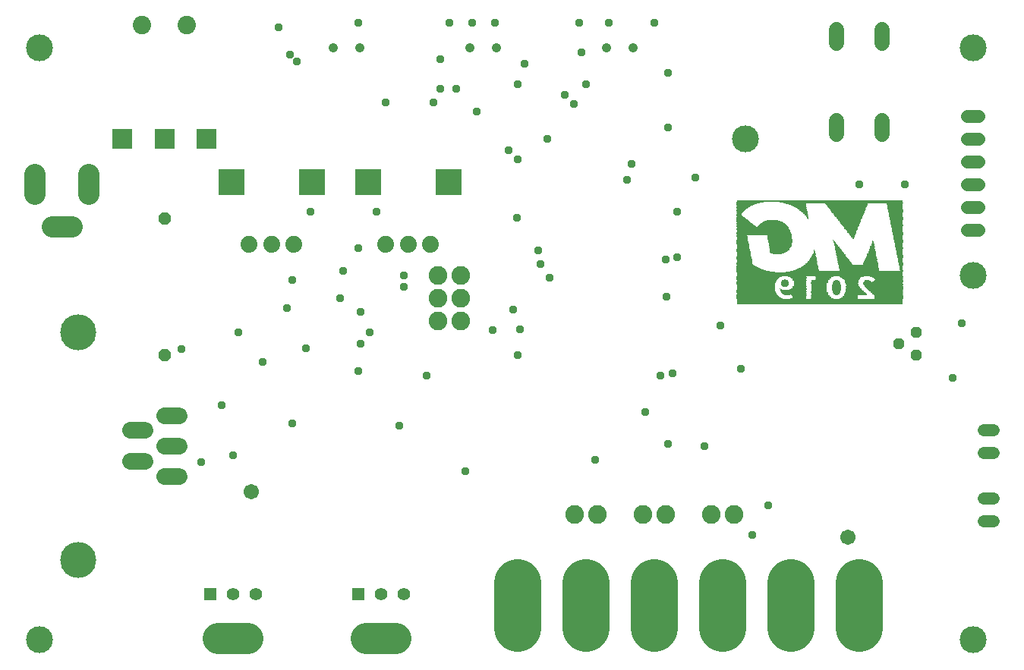
<source format=gbr>
G04 EAGLE Gerber X2 export*
%TF.Part,Single*%
%TF.FileFunction,Soldermask,Bot,1*%
%TF.FilePolarity,Negative*%
%TF.GenerationSoftware,Autodesk,EAGLE,9.1.2*%
%TF.CreationDate,2019-11-04T22:46:01Z*%
G75*
%MOMM*%
%FSLAX34Y34*%
%LPD*%
%AMOC8*
5,1,8,0,0,1.08239X$1,22.5*%
G01*
%ADD10R,18.514056X0.028450*%
%ADD11R,18.514056X0.028194*%
%ADD12R,7.170419X0.028450*%
%ADD13R,5.021575X0.028450*%
%ADD14R,5.275575X0.028450*%
%ADD15R,3.134356X0.028194*%
%ADD16R,2.004063X0.028194*%
%ADD17R,2.456181X0.028194*%
%ADD18R,1.778000X0.028194*%
%ADD19R,5.163819X0.028194*%
%ADD20R,1.920238X0.028194*%
%ADD21R,2.372356X0.028194*%
%ADD22R,1.691638X0.028194*%
%ADD23R,5.052056X0.028194*%
%ADD24R,1.864363X0.028194*%
%ADD25R,2.316481X0.028194*%
%ADD26R,1.607819X0.028194*%
%ADD27R,4.993638X0.028194*%
%ADD28R,1.805938X0.028194*%
%ADD29R,2.258056X0.028194*%
%ADD30R,1.551937X0.028194*%
%ADD31R,4.937756X0.028194*%
%ADD32R,2.202181X0.028194*%
%ADD33R,1.524000X0.028194*%
%ADD34R,4.881875X0.028194*%
%ADD35R,1.722119X0.028194*%
%ADD36R,2.174238X0.028194*%
%ADD37R,1.496063X0.028194*%
%ADD38R,4.826000X0.028194*%
%ADD39R,1.694181X0.028194*%
%ADD40R,2.146300X0.028194*%
%ADD41R,4.798056X0.028194*%
%ADD42R,1.666238X0.028194*%
%ADD43R,2.118356X0.028194*%
%ADD44R,4.739638X0.028194*%
%ADD45R,3.134356X0.028450*%
%ADD46R,1.638300X0.028450*%
%ADD47R,2.090419X0.028450*%
%ADD48R,1.551937X0.028450*%
%ADD49R,4.711700X0.028450*%
%ADD50R,1.610363X0.028194*%
%ADD51R,2.062481X0.028194*%
%ADD52R,4.683756X0.028194*%
%ADD53R,1.582419X0.028194*%
%ADD54R,2.032000X0.028194*%
%ADD55R,1.579881X0.028194*%
%ADD56R,4.655819X0.028194*%
%ADD57R,2.004056X0.028194*%
%ADD58R,4.627875X0.028194*%
%ADD59R,1.976119X0.028194*%
%ADD60R,4.599938X0.028194*%
%ADD61R,1.948181X0.028194*%
%ADD62R,1.635763X0.028194*%
%ADD63R,4.572000X0.028194*%
%ADD64R,3.162300X0.028194*%
%ADD65R,4.544056X0.028194*%
%ADD66R,3.190238X0.028194*%
%ADD67R,1.468119X0.028194*%
%ADD68R,1.663700X0.028194*%
%ADD69R,0.086356X0.028194*%
%ADD70R,4.513575X0.028194*%
%ADD71R,3.246119X0.028194*%
%ADD72R,0.198119X0.028194*%
%ADD73R,1.892300X0.028194*%
%ADD74R,0.480056X0.028194*%
%ADD75R,3.274056X0.028450*%
%ADD76R,2.512056X0.028450*%
%ADD77R,0.365756X0.028450*%
%ADD78R,1.892300X0.028450*%
%ADD79R,1.691638X0.028450*%
%ADD80R,0.650238X0.028450*%
%ADD81R,4.485638X0.028450*%
%ADD82R,3.302000X0.028194*%
%ADD83R,2.456175X0.028194*%
%ADD84R,0.449575X0.028194*%
%ADD85R,1.864356X0.028194*%
%ADD86R,0.789938X0.028194*%
%ADD87R,4.457700X0.028194*%
%ADD88R,3.332481X0.028194*%
%ADD89R,2.428238X0.028194*%
%ADD90R,0.535938X0.028194*%
%ADD91R,2.595881X0.028194*%
%ADD92R,3.360419X0.028194*%
%ADD93R,2.400300X0.028194*%
%ADD94R,0.594356X0.028194*%
%ADD95R,1.836419X0.028194*%
%ADD96R,2.651763X0.028194*%
%ADD97R,4.429756X0.028194*%
%ADD98R,3.388356X0.028194*%
%ADD99R,2.341875X0.028194*%
%ADD100R,0.650238X0.028194*%
%ADD101R,2.679700X0.028194*%
%ADD102R,3.416300X0.028194*%
%ADD103R,2.313938X0.028194*%
%ADD104R,0.706119X0.028194*%
%ADD105R,1.808481X0.028194*%
%ADD106R,2.707638X0.028194*%
%ADD107R,4.401819X0.028194*%
%ADD108R,3.444238X0.028194*%
%ADD109R,2.258063X0.028194*%
%ADD110R,0.734056X0.028194*%
%ADD111R,2.738119X0.028194*%
%ADD112R,3.472181X0.028194*%
%ADD113R,2.230119X0.028194*%
%ADD114R,0.762000X0.028194*%
%ADD115R,4.373875X0.028194*%
%ADD116R,3.500119X0.028194*%
%ADD117R,2.766063X0.028194*%
%ADD118R,3.528056X0.028450*%
%ADD119R,2.118356X0.028450*%
%ADD120R,0.817881X0.028450*%
%ADD121R,1.778000X0.028450*%
%ADD122R,2.794000X0.028450*%
%ADD123R,4.373875X0.028450*%
%ADD124R,3.556000X0.028194*%
%ADD125R,2.090419X0.028194*%
%ADD126R,0.845819X0.028194*%
%ADD127R,2.794000X0.028194*%
%ADD128R,4.345937X0.028194*%
%ADD129R,3.586481X0.028194*%
%ADD130R,1.750056X0.028194*%
%ADD131R,2.821938X0.028194*%
%ADD132R,3.614419X0.028194*%
%ADD133R,2.001519X0.028194*%
%ADD134R,0.873756X0.028194*%
%ADD135R,3.642356X0.028194*%
%ADD136R,1.973575X0.028194*%
%ADD137R,0.901700X0.028194*%
%ADD138R,2.849881X0.028194*%
%ADD139R,4.318000X0.028194*%
%ADD140R,3.670300X0.028194*%
%ADD141R,1.945638X0.028194*%
%ADD142R,3.698238X0.028194*%
%ADD143R,1.917700X0.028194*%
%ADD144R,0.929638X0.028194*%
%ADD145R,3.726181X0.028194*%
%ADD146R,1.889756X0.028194*%
%ADD147R,2.877819X0.028194*%
%ADD148R,3.782056X0.028194*%
%ADD149R,1.861819X0.028194*%
%ADD150R,0.957575X0.028194*%
%ADD151R,0.365756X0.028194*%
%ADD152R,3.810000X0.028450*%
%ADD153R,1.805938X0.028450*%
%ADD154R,0.957575X0.028450*%
%ADD155R,1.722119X0.028450*%
%ADD156R,1.917700X0.028450*%
%ADD157R,0.254000X0.028450*%
%ADD158R,4.290056X0.028450*%
%ADD159R,3.840481X0.028194*%
%ADD160R,4.290056X0.028194*%
%ADD161R,3.868419X0.028194*%
%ADD162R,0.139700X0.028194*%
%ADD163R,3.896356X0.028194*%
%ADD164R,1.719575X0.028194*%
%ADD165R,1.750063X0.028194*%
%ADD166R,0.083819X0.028194*%
%ADD167R,3.924300X0.028194*%
%ADD168R,3.952238X0.028194*%
%ADD169R,0.988056X0.028194*%
%ADD170R,0.055881X0.028194*%
%ADD171R,3.980181X0.028194*%
%ADD172R,1.635756X0.028194*%
%ADD173R,4.008119X0.028194*%
%ADD174R,4.036056X0.028194*%
%ADD175R,1.579875X0.028194*%
%ADD176R,4.064000X0.028450*%
%ADD177R,0.988056X0.028450*%
%ADD178R,4.094481X0.028194*%
%ADD179R,4.122419X0.028194*%
%ADD180R,4.150356X0.028194*%
%ADD181R,1.496056X0.028194*%
%ADD182R,4.178300X0.028194*%
%ADD183R,1.465575X0.028194*%
%ADD184R,4.206238X0.028194*%
%ADD185R,0.281938X0.028194*%
%ADD186R,4.234181X0.028194*%
%ADD187R,1.437638X0.028194*%
%ADD188R,0.452119X0.028194*%
%ADD189R,4.262119X0.028194*%
%ADD190R,1.409700X0.028194*%
%ADD191R,0.619756X0.028194*%
%ADD192R,1.409700X0.028450*%
%ADD193R,1.437638X0.028450*%
%ADD194R,0.678181X0.028450*%
%ADD195R,0.734063X0.028194*%
%ADD196R,4.348481X0.028194*%
%ADD197R,4.376419X0.028194*%
%ADD198R,1.381756X0.028194*%
%ADD199R,1.412238X0.028194*%
%ADD200R,4.376419X0.028450*%
%ADD201R,1.412238X0.028450*%
%ADD202R,0.845819X0.028450*%
%ADD203R,4.318000X0.028450*%
%ADD204R,0.817881X0.028194*%
%ADD205R,1.440181X0.028194*%
%ADD206R,0.904238X0.028194*%
%ADD207R,0.876300X0.028194*%
%ADD208R,0.820419X0.028194*%
%ADD209R,0.678175X0.028194*%
%ADD210R,0.792481X0.028194*%
%ADD211R,0.731519X0.028194*%
%ADD212R,3.218181X0.028194*%
%ADD213R,0.675638X0.028194*%
%ADD214R,3.162300X0.028450*%
%ADD215R,0.591819X0.028450*%
%ADD216R,0.449575X0.028450*%
%ADD217R,1.864356X0.028450*%
%ADD218R,4.401819X0.028450*%
%ADD219R,0.337819X0.028194*%
%ADD220R,3.078481X0.028194*%
%ADD221R,0.170175X0.028194*%
%ADD222R,1.384300X0.028194*%
%ADD223R,0.508000X0.028194*%
%ADD224R,3.048000X0.028194*%
%ADD225R,0.396238X0.028194*%
%ADD226R,4.485638X0.028194*%
%ADD227R,3.106419X0.028194*%
%ADD228R,1.747519X0.028194*%
%ADD229R,1.836419X0.028450*%
%ADD230R,1.554481X0.028450*%
%ADD231R,1.607819X0.028450*%
%ADD232R,4.599938X0.028450*%
%ADD233R,1.948175X0.028194*%
%ADD234R,1.610356X0.028194*%
%ADD235R,3.274056X0.028194*%
%ADD236R,1.638300X0.028194*%
%ADD237R,2.115819X0.028194*%
%ADD238R,4.711700X0.028194*%
%ADD239R,2.171700X0.028194*%
%ADD240R,4.767575X0.028194*%
%ADD241R,2.286000X0.028194*%
%ADD242R,2.372362X0.028194*%
%ADD243R,2.512056X0.028194*%
%ADD244R,3.642356X0.028450*%
%ADD245R,2.651763X0.028450*%
%ADD246R,1.948181X0.028450*%
%ADD247R,2.004063X0.028450*%
%ADD248R,2.880362X0.028194*%
%ADD249R,5.250181X0.028194*%
%ADD250R,5.135875X0.028194*%
%ADD251R,13.068300X0.028194*%
%ADD252R,4.231638X0.028194*%
%ADD253R,12.842238X0.028194*%
%ADD254R,4.005575X0.028194*%
%ADD255R,12.672056X0.028450*%
%ADD256R,12.532356X0.028194*%
%ADD257R,3.667756X0.028194*%
%ADD258R,12.390119X0.028194*%
%ADD259R,3.528056X0.028194*%
%ADD260R,12.306300X0.028194*%
%ADD261R,3.413756X0.028194*%
%ADD262R,0.284481X0.028194*%
%ADD263R,4.429762X0.028194*%
%ADD264R,3.215638X0.028194*%
%ADD265R,2.626356X0.028194*%
%ADD266R,3.103875X0.028194*%
%ADD267R,0.312419X0.028194*%
%ADD268R,2.540000X0.028194*%
%ADD269R,3.020056X0.028194*%
%ADD270R,2.484119X0.028194*%
%ADD271R,2.933700X0.028194*%
%ADD272R,0.312419X0.028450*%
%ADD273R,4.457700X0.028450*%
%ADD274R,2.400300X0.028450*%
%ADD275R,2.849875X0.028450*%
%ADD276R,2.344419X0.028194*%
%ADD277R,2.255519X0.028194*%
%ADD278R,0.340356X0.028194*%
%ADD279R,2.199638X0.028194*%
%ADD280R,2.651756X0.028194*%
%ADD281R,2.143756X0.028194*%
%ADD282R,2.567938X0.028194*%
%ADD283R,2.087875X0.028194*%
%ADD284R,2.453638X0.028194*%
%ADD285R,2.397756X0.028194*%
%ADD286R,0.368300X0.028194*%
%ADD287R,0.368300X0.028450*%
%ADD288R,4.429756X0.028450*%
%ADD289R,1.833875X0.028450*%
%ADD290R,2.286000X0.028450*%
%ADD291R,4.460237X0.028194*%
%ADD292R,2.227575X0.028194*%
%ADD293R,4.432300X0.028194*%
%ADD294R,0.424181X0.028450*%
%ADD295R,4.432300X0.028450*%
%ADD296R,1.861819X0.028450*%
%ADD297R,0.424181X0.028194*%
%ADD298R,1.833875X0.028194*%
%ADD299R,1.694175X0.028194*%
%ADD300R,1.353819X0.028194*%
%ADD301R,1.325881X0.028194*%
%ADD302R,1.270000X0.028194*%
%ADD303R,1.242056X0.028194*%
%ADD304R,1.214119X0.028194*%
%ADD305R,1.186181X0.028194*%
%ADD306R,1.158238X0.028194*%
%ADD307R,0.452119X0.028450*%
%ADD308R,1.468119X0.028450*%
%ADD309R,1.127756X0.028450*%
%ADD310R,1.750056X0.028450*%
%ADD311R,1.554481X0.028194*%
%ADD312R,1.440175X0.028194*%
%ADD313R,1.071875X0.028194*%
%ADD314R,1.043937X0.028194*%
%ADD315R,1.016000X0.028194*%
%ADD316R,0.960119X0.028194*%
%ADD317R,1.297937X0.028194*%
%ADD318R,0.848356X0.028194*%
%ADD319R,0.508000X0.028450*%
%ADD320R,1.381756X0.028450*%
%ADD321R,1.325881X0.028450*%
%ADD322R,0.848356X0.028450*%
%ADD323R,0.817875X0.028194*%
%ADD324R,0.538481X0.028194*%
%ADD325R,1.242063X0.028194*%
%ADD326R,0.678181X0.028194*%
%ADD327R,0.566419X0.028194*%
%ADD328R,1.183638X0.028194*%
%ADD329R,1.155700X0.028194*%
%ADD330R,0.622300X0.028194*%
%ADD331R,0.566419X0.028450*%
%ADD332R,1.242063X0.028450*%
%ADD333R,1.155700X0.028450*%
%ADD334R,0.594356X0.028450*%
%ADD335R,1.663700X0.028450*%
%ADD336R,1.127756X0.028194*%
%ADD337R,1.099819X0.028194*%
%ADD338R,0.477519X0.028194*%
%ADD339R,0.421637X0.028194*%
%ADD340R,0.622300X0.028450*%
%ADD341R,1.099819X0.028450*%
%ADD342R,1.016000X0.028450*%
%ADD343R,0.393700X0.028450*%
%ADD344R,1.071881X0.028194*%
%ADD345R,0.985519X0.028194*%
%ADD346R,0.393700X0.028194*%
%ADD347R,0.309881X0.028194*%
%ADD348R,0.932181X0.028194*%
%ADD349R,0.932175X0.028194*%
%ADD350R,0.254000X0.028194*%
%ADD351R,0.932175X0.028450*%
%ADD352R,0.876300X0.028450*%
%ADD353R,0.226056X0.028450*%
%ADD354R,0.848363X0.028194*%
%ADD355R,0.226056X0.028194*%
%ADD356R,0.142238X0.028194*%
%ADD357R,0.111756X0.028194*%
%ADD358R,0.706119X0.028450*%
%ADD359R,0.762000X0.028450*%
%ADD360R,0.734056X0.028450*%
%ADD361R,0.111756X0.028450*%
%ADD362R,1.496056X0.028450*%
%ADD363R,0.055875X0.028194*%
%ADD364R,2.059938X0.028194*%
%ADD365R,0.647700X0.028194*%
%ADD366R,0.591819X0.028194*%
%ADD367R,0.563881X0.028450*%
%ADD368R,2.202175X0.028450*%
%ADD369R,0.563881X0.028194*%
%ADD370R,0.563875X0.028194*%
%ADD371R,2.341881X0.028194*%
%ADD372R,0.480063X0.028194*%
%ADD373R,2.369819X0.028194*%
%ADD374R,0.820419X0.028450*%
%ADD375R,0.421637X0.028450*%
%ADD376R,2.425700X0.028450*%
%ADD377R,2.425700X0.028194*%
%ADD378R,2.512063X0.028194*%
%ADD379R,0.309875X0.028194*%
%ADD380R,0.281938X0.028450*%
%ADD381R,2.540000X0.028450*%
%ADD382R,1.353819X0.028450*%
%ADD383R,2.595875X0.028194*%
%ADD384R,1.325875X0.028194*%
%ADD385R,0.223519X0.028194*%
%ADD386R,2.623819X0.028194*%
%ADD387R,0.170181X0.028194*%
%ADD388R,0.932181X0.028450*%
%ADD389R,0.114300X0.028450*%
%ADD390R,0.142238X0.028450*%
%ADD391R,2.651756X0.028450*%
%ADD392R,1.297937X0.028450*%
%ADD393R,0.114300X0.028194*%
%ADD394R,2.682238X0.028194*%
%ADD395R,0.058419X0.028194*%
%ADD396R,0.086363X0.028194*%
%ADD397R,0.027938X0.028194*%
%ADD398R,2.710181X0.028194*%
%ADD399R,0.960119X0.028450*%
%ADD400R,2.710181X0.028450*%
%ADD401R,1.242056X0.028450*%
%ADD402R,1.211575X0.028194*%
%ADD403R,2.710175X0.028194*%
%ADD404R,0.198119X0.028450*%
%ADD405R,2.738119X0.028450*%
%ADD406R,1.183638X0.028450*%
%ADD407R,1.046481X0.028194*%
%ADD408R,2.766056X0.028194*%
%ADD409R,1.074419X0.028194*%
%ADD410R,1.074419X0.028450*%
%ADD411R,2.766056X0.028450*%
%ADD412R,6.123938X0.028194*%
%ADD413R,6.096000X0.028194*%
%ADD414R,1.102356X0.028194*%
%ADD415R,6.068056X0.028194*%
%ADD416R,1.130300X0.028194*%
%ADD417R,1.130300X0.028450*%
%ADD418R,0.789938X0.028450*%
%ADD419R,6.037575X0.028450*%
%ADD420R,6.037575X0.028194*%
%ADD421R,6.009638X0.028194*%
%ADD422R,5.981700X0.028194*%
%ADD423R,5.953756X0.028194*%
%ADD424R,1.186181X0.028450*%
%ADD425R,5.953756X0.028450*%
%ADD426R,5.925819X0.028194*%
%ADD427R,5.897875X0.028194*%
%ADD428R,1.300481X0.028194*%
%ADD429R,5.869938X0.028194*%
%ADD430R,1.356363X0.028194*%
%ADD431R,5.842000X0.028194*%
%ADD432R,1.214119X0.028450*%
%ADD433R,1.440175X0.028450*%
%ADD434R,5.814056X0.028450*%
%ADD435R,5.814056X0.028194*%
%ADD436R,5.783575X0.028194*%
%ADD437R,5.755638X0.028194*%
%ADD438R,3.441700X0.028194*%
%ADD439R,3.385819X0.028194*%
%ADD440R,3.329938X0.028194*%
%ADD441R,1.270000X0.028450*%
%ADD442R,3.246119X0.028450*%
%ADD443R,2.087875X0.028450*%
%ADD444R,3.218175X0.028194*%
%ADD445R,2.989575X0.028194*%
%ADD446R,1.328419X0.028194*%
%ADD447R,1.328419X0.028450*%
%ADD448R,2.032000X0.028450*%
%ADD449R,2.710175X0.028450*%
%ADD450R,2.654300X0.028194*%
%ADD451R,2.598419X0.028194*%
%ADD452R,1.356356X0.028194*%
%ADD453R,2.118362X0.028194*%
%ADD454R,2.481575X0.028194*%
%ADD455R,2.202175X0.028194*%
%ADD456R,1.384300X0.028450*%
%ADD457R,2.341881X0.028450*%
%ADD458R,1.889756X0.028450*%
%ADD459R,1.440181X0.028450*%
%ADD460R,2.623819X0.028450*%
%ADD461R,2.852419X0.028194*%
%ADD462R,2.908300X0.028194*%
%ADD463R,2.936238X0.028450*%
%ADD464R,2.964175X0.028194*%
%ADD465R,0.703575X0.028194*%
%ADD466R,3.075938X0.028194*%
%ADD467R,3.103881X0.028194*%
%ADD468R,3.159756X0.028194*%
%ADD469R,3.187700X0.028194*%
%ADD470R,1.524000X0.028450*%
%ADD471R,3.274063X0.028194*%
%ADD472R,3.357875X0.028194*%
%ADD473R,1.582419X0.028450*%
%ADD474R,0.647700X0.028450*%
%ADD475R,3.583938X0.028194*%
%ADD476R,3.754119X0.028194*%
%ADD477R,3.810000X0.028194*%
%ADD478R,3.837938X0.028450*%
%ADD479R,0.873756X0.028450*%
%ADD480R,3.865881X0.028194*%
%ADD481R,3.921756X0.028194*%
%ADD482R,3.949700X0.028194*%
%ADD483R,3.977638X0.028194*%
%ADD484R,4.064000X0.028194*%
%ADD485R,4.091938X0.028194*%
%ADD486R,0.988063X0.028194*%
%ADD487R,1.694181X0.028450*%
%ADD488R,4.147819X0.028450*%
%ADD489R,1.071881X0.028450*%
%ADD490R,1.211575X0.028450*%
%ADD491R,4.175756X0.028194*%
%ADD492R,1.127763X0.028194*%
%ADD493R,4.404356X0.028194*%
%ADD494R,4.488175X0.028194*%
%ADD495R,4.516119X0.028194*%
%ADD496R,4.739638X0.028450*%
%ADD497R,2.258056X0.028450*%
%ADD498R,13.180056X0.028194*%
%ADD499R,13.322300X0.028194*%
%ADD500R,13.434056X0.028194*%
%ADD501R,13.604237X0.028194*%
%ADD502R,2.849875X0.028194*%
%ADD503R,13.774419X0.028194*%
%ADD504R,14.056356X0.028194*%
%ADD505C,3.003200*%
%ADD506P,1.319650X8X112.500000*%
%ADD507C,1.320800*%
%ADD508C,1.422400*%
%ADD509C,4.013200*%
%ADD510P,1.429621X8X292.500000*%
%ADD511C,1.879600*%
%ADD512R,3.003200X3.003200*%
%ADD513C,1.053200*%
%ADD514C,1.879600*%
%ADD515R,2.256400X2.256400*%
%ADD516C,2.053200*%
%ADD517C,1.727200*%
%ADD518R,1.406400X1.406400*%
%ADD519C,1.406400*%
%ADD520C,2.082800*%
%ADD521C,5.283200*%
%ADD522C,3.505200*%
%ADD523C,2.387600*%
%ADD524C,0.959600*%
%ADD525C,1.703200*%


D10*
X921407Y424984D03*
D11*
X921407Y425267D03*
X921407Y425549D03*
X921407Y425831D03*
X921407Y426113D03*
X921407Y426395D03*
X921407Y426677D03*
X921407Y426959D03*
X921407Y427241D03*
D10*
X921407Y427524D03*
D11*
X921407Y427807D03*
X921407Y428089D03*
X921407Y428371D03*
X921407Y428653D03*
X921407Y428935D03*
X921407Y429217D03*
X921407Y429499D03*
X921407Y429781D03*
D12*
X978126Y430064D03*
D13*
X912365Y430064D03*
D14*
X855215Y430064D03*
D15*
X998306Y430347D03*
D16*
X953437Y430347D03*
D17*
X924354Y430347D03*
D18*
X897544Y430347D03*
D19*
X854656Y430347D03*
D15*
X998306Y430629D03*
D20*
X953856Y430629D03*
D21*
X923935Y430629D03*
D22*
X897976Y430629D03*
D23*
X854097Y430629D03*
D15*
X998306Y430911D03*
D24*
X954135Y430911D03*
D25*
X923655Y430911D03*
D26*
X898395Y430911D03*
D27*
X853805Y430911D03*
D15*
X998306Y431193D03*
D28*
X954427Y431193D03*
D29*
X923363Y431193D03*
D30*
X898674Y431193D03*
D31*
X853526Y431193D03*
D15*
X998306Y431475D03*
D18*
X954567Y431475D03*
D32*
X923084Y431475D03*
D33*
X898814Y431475D03*
D34*
X853246Y431475D03*
D15*
X998306Y431757D03*
D35*
X954846Y431757D03*
D36*
X922944Y431757D03*
D37*
X898954Y431757D03*
D38*
X852967Y431757D03*
D15*
X998306Y432039D03*
D39*
X954986Y432039D03*
D40*
X922804Y432039D03*
D33*
X898814Y432039D03*
D41*
X852827Y432039D03*
D15*
X998306Y432321D03*
D42*
X955126Y432321D03*
D43*
X922665Y432321D03*
D33*
X898814Y432321D03*
D44*
X852535Y432321D03*
D45*
X998306Y432604D03*
D46*
X955266Y432604D03*
D47*
X922525Y432604D03*
D48*
X898674Y432604D03*
D49*
X852396Y432604D03*
D15*
X998306Y432887D03*
D50*
X955405Y432887D03*
D51*
X922385Y432887D03*
D30*
X898674Y432887D03*
D52*
X852256Y432887D03*
D15*
X998306Y433169D03*
D53*
X955545Y433169D03*
D54*
X922233Y433169D03*
D55*
X898535Y433169D03*
D56*
X852116Y433169D03*
D15*
X998306Y433451D03*
D30*
X955697Y433451D03*
D57*
X922093Y433451D03*
D55*
X898535Y433451D03*
D58*
X851976Y433451D03*
D15*
X998306Y433733D03*
D33*
X955837Y433733D03*
D59*
X921953Y433733D03*
D26*
X898395Y433733D03*
D60*
X851837Y433733D03*
D15*
X998306Y434015D03*
D33*
X955837Y434015D03*
D61*
X921814Y434015D03*
D62*
X898255Y434015D03*
D63*
X851697Y434015D03*
D64*
X998166Y434297D03*
D37*
X955977Y434297D03*
D61*
X921814Y434297D03*
D62*
X898255Y434297D03*
D65*
X851557Y434297D03*
D66*
X998026Y434579D03*
D67*
X956116Y434579D03*
D20*
X921674Y434579D03*
D68*
X898116Y434579D03*
D69*
X884565Y434579D03*
D70*
X851405Y434579D03*
D71*
X997747Y434861D03*
D67*
X956116Y434861D03*
D72*
X939886Y434861D03*
D73*
X921534Y434861D03*
D68*
X898116Y434861D03*
D74*
X884577Y434861D03*
D70*
X851405Y434861D03*
D75*
X997607Y435144D03*
D76*
X961616Y435144D03*
D77*
X939886Y435144D03*
D78*
X921534Y435144D03*
D79*
X897976Y435144D03*
D80*
X884844Y435144D03*
D81*
X851265Y435144D03*
D82*
X997468Y435427D03*
D83*
X961616Y435427D03*
D84*
X940026Y435427D03*
D85*
X921395Y435427D03*
D22*
X897976Y435427D03*
D86*
X884704Y435427D03*
D87*
X851126Y435427D03*
D88*
X997315Y435709D03*
D89*
X961476Y435709D03*
D90*
X939873Y435709D03*
D85*
X921395Y435709D03*
D91*
X893455Y435709D03*
D87*
X851126Y435709D03*
D92*
X997176Y435991D03*
D93*
X961336Y435991D03*
D94*
X939886Y435991D03*
D95*
X921255Y435991D03*
D96*
X893175Y435991D03*
D97*
X850986Y435991D03*
D98*
X997036Y436273D03*
D99*
X961323Y436273D03*
D100*
X939886Y436273D03*
D95*
X921255Y436273D03*
D101*
X893036Y436273D03*
D97*
X850986Y436273D03*
D102*
X996896Y436555D03*
D103*
X961184Y436555D03*
D104*
X939886Y436555D03*
D105*
X921115Y436555D03*
D106*
X892896Y436555D03*
D107*
X850846Y436555D03*
D108*
X996756Y436837D03*
D109*
X961184Y436837D03*
D110*
X940026Y436837D03*
D105*
X921115Y436837D03*
D111*
X892743Y436837D03*
D107*
X850846Y436837D03*
D112*
X996617Y437119D03*
D113*
X961044Y437119D03*
D114*
X939886Y437119D03*
D105*
X921115Y437119D03*
D111*
X892743Y437119D03*
D115*
X850706Y437119D03*
D116*
X996477Y437401D03*
D36*
X960765Y437401D03*
D86*
X940026Y437401D03*
D18*
X920963Y437401D03*
D117*
X892604Y437401D03*
D115*
X850706Y437401D03*
D118*
X996337Y437684D03*
D119*
X960765Y437684D03*
D120*
X939886Y437684D03*
D121*
X920963Y437684D03*
D122*
X892464Y437684D03*
D123*
X850706Y437684D03*
D124*
X996198Y437967D03*
D125*
X960625Y437967D03*
D126*
X940026Y437967D03*
D18*
X920963Y437967D03*
D127*
X892464Y437967D03*
D128*
X850567Y437967D03*
D129*
X996045Y438249D03*
D51*
X960485Y438249D03*
D126*
X940026Y438249D03*
D130*
X920823Y438249D03*
D131*
X892324Y438249D03*
D128*
X850567Y438249D03*
D132*
X995906Y438531D03*
D133*
X960485Y438531D03*
D134*
X939886Y438531D03*
D130*
X920823Y438531D03*
D131*
X892324Y438531D03*
D128*
X850567Y438531D03*
D135*
X995766Y438813D03*
D136*
X960346Y438813D03*
D137*
X940026Y438813D03*
D130*
X920823Y438813D03*
D138*
X892185Y438813D03*
D139*
X850427Y438813D03*
D140*
X995626Y439095D03*
D141*
X960206Y439095D03*
D137*
X940026Y439095D03*
D130*
X920823Y439095D03*
D138*
X892185Y439095D03*
D139*
X850427Y439095D03*
D142*
X995486Y439377D03*
D143*
X960066Y439377D03*
D144*
X939886Y439377D03*
D130*
X920823Y439377D03*
D138*
X892185Y439377D03*
D139*
X850427Y439377D03*
D145*
X995347Y439659D03*
D146*
X959926Y439659D03*
D144*
X939886Y439659D03*
D35*
X920683Y439659D03*
D147*
X892045Y439659D03*
D139*
X850427Y439659D03*
D148*
X995067Y439941D03*
D149*
X959787Y439941D03*
D150*
X940026Y439941D03*
D35*
X920683Y439941D03*
D54*
X896274Y439941D03*
D151*
X879485Y439941D03*
D139*
X850427Y439941D03*
D152*
X994928Y440224D03*
D153*
X959787Y440224D03*
D154*
X940026Y440224D03*
D155*
X920683Y440224D03*
D156*
X896846Y440224D03*
D157*
X878926Y440224D03*
D158*
X850287Y440224D03*
D159*
X994775Y440507D03*
D18*
X959647Y440507D03*
D150*
X940026Y440507D03*
D35*
X920683Y440507D03*
D149*
X897125Y440507D03*
D72*
X878646Y440507D03*
D160*
X850287Y440507D03*
D161*
X994636Y440789D03*
D130*
X959507Y440789D03*
D150*
X940026Y440789D03*
D35*
X920683Y440789D03*
D28*
X897404Y440789D03*
D162*
X878354Y440789D03*
D160*
X850287Y440789D03*
D163*
X994496Y441071D03*
D164*
X959355Y441071D03*
D150*
X940026Y441071D03*
D35*
X920683Y441071D03*
D165*
X897684Y441071D03*
D166*
X878075Y441071D03*
D160*
X850287Y441071D03*
D167*
X994356Y441353D03*
D22*
X959215Y441353D03*
D150*
X940026Y441353D03*
D35*
X920683Y441353D03*
X897823Y441353D03*
D166*
X877796Y441353D03*
D160*
X850287Y441353D03*
D168*
X994216Y441635D03*
D68*
X959076Y441635D03*
D169*
X939873Y441635D03*
D35*
X920683Y441635D03*
D68*
X898116Y441635D03*
D170*
X877656Y441635D03*
D160*
X850287Y441635D03*
D171*
X994077Y441917D03*
D172*
X958936Y441917D03*
D169*
X939873Y441917D03*
D35*
X920683Y441917D03*
D62*
X898255Y441917D03*
D160*
X850287Y441917D03*
D173*
X993937Y442199D03*
D26*
X958796Y442199D03*
D169*
X939873Y442199D03*
D35*
X920683Y442199D03*
D26*
X898395Y442199D03*
D160*
X850287Y442199D03*
D174*
X993797Y442481D03*
D175*
X958656Y442481D03*
D169*
X939873Y442481D03*
D35*
X920683Y442481D03*
D55*
X898535Y442481D03*
D160*
X850287Y442481D03*
D176*
X993658Y442764D03*
D48*
X958517Y442764D03*
D177*
X939873Y442764D03*
D155*
X920683Y442764D03*
D48*
X898674Y442764D03*
D158*
X850287Y442764D03*
D178*
X993505Y443047D03*
D33*
X958377Y443047D03*
D169*
X939873Y443047D03*
D35*
X920683Y443047D03*
D30*
X898674Y443047D03*
D160*
X850287Y443047D03*
D179*
X993366Y443329D03*
D33*
X958377Y443329D03*
D169*
X939873Y443329D03*
D35*
X920683Y443329D03*
D33*
X898814Y443329D03*
D160*
X850287Y443329D03*
D180*
X993226Y443611D03*
D181*
X958237Y443611D03*
D169*
X939873Y443611D03*
D35*
X920683Y443611D03*
D37*
X898954Y443611D03*
D160*
X850287Y443611D03*
D182*
X993086Y443893D03*
D183*
X958085Y443893D03*
D169*
X939873Y443893D03*
D35*
X920683Y443893D03*
D37*
X898954Y443893D03*
D160*
X850287Y443893D03*
D184*
X992946Y444175D03*
D183*
X958085Y444175D03*
D169*
X939873Y444175D03*
D35*
X920683Y444175D03*
D67*
X899093Y444175D03*
D185*
X882444Y444175D03*
D160*
X850287Y444175D03*
D186*
X992807Y444457D03*
D187*
X957945Y444457D03*
D150*
X940026Y444457D03*
D35*
X920683Y444457D03*
D67*
X899093Y444457D03*
D188*
X882456Y444457D03*
D160*
X850287Y444457D03*
D189*
X992667Y444739D03*
D187*
X957945Y444739D03*
D150*
X940026Y444739D03*
D35*
X920683Y444739D03*
D187*
X899246Y444739D03*
D90*
X882596Y444739D03*
D160*
X850287Y444739D03*
X992527Y445021D03*
D190*
X957806Y445021D03*
D150*
X940026Y445021D03*
D35*
X920683Y445021D03*
D187*
X899246Y445021D03*
D191*
X882456Y445021D03*
D160*
X850287Y445021D03*
D158*
X992527Y445304D03*
D192*
X957806Y445304D03*
D154*
X940026Y445304D03*
D155*
X920683Y445304D03*
D193*
X899246Y445304D03*
D194*
X882444Y445304D03*
D158*
X850287Y445304D03*
D139*
X992388Y445587D03*
D190*
X957806Y445587D03*
D150*
X940026Y445587D03*
D35*
X920683Y445587D03*
D190*
X899386Y445587D03*
D195*
X882444Y445587D03*
D160*
X850287Y445587D03*
D196*
X992235Y445869D03*
D190*
X957526Y445869D03*
D144*
X939886Y445869D03*
D35*
X920683Y445869D03*
D190*
X899386Y445869D03*
D195*
X882444Y445869D03*
D160*
X850287Y445869D03*
D196*
X992235Y446151D03*
D190*
X957526Y446151D03*
D144*
X939886Y446151D03*
D35*
X920683Y446151D03*
D190*
X899386Y446151D03*
D86*
X882444Y446151D03*
D160*
X850287Y446151D03*
D196*
X992235Y446433D03*
D190*
X957526Y446433D03*
D144*
X939886Y446433D03*
D130*
X920823Y446433D03*
D190*
X899386Y446433D03*
D86*
X882444Y446433D03*
D160*
X850287Y446433D03*
D197*
X992096Y446715D03*
D190*
X957526Y446715D03*
D137*
X940026Y446715D03*
D130*
X920823Y446715D03*
D190*
X899386Y446715D03*
D126*
X882444Y446715D03*
D160*
X850287Y446715D03*
D197*
X992096Y446997D03*
D198*
X957386Y446997D03*
D137*
X940026Y446997D03*
D130*
X920823Y446997D03*
D190*
X899386Y446997D03*
D126*
X882444Y446997D03*
D139*
X850427Y446997D03*
D197*
X992096Y447279D03*
D198*
X957386Y447279D03*
D134*
X939886Y447279D03*
D130*
X920823Y447279D03*
D190*
X899386Y447279D03*
D126*
X882444Y447279D03*
D139*
X850427Y447279D03*
D197*
X992096Y447561D03*
D199*
X957234Y447561D03*
D126*
X940026Y447561D03*
D130*
X920823Y447561D03*
D190*
X899386Y447561D03*
D126*
X882444Y447561D03*
D139*
X850427Y447561D03*
D200*
X992096Y447844D03*
D201*
X957234Y447844D03*
D202*
X940026Y447844D03*
D121*
X920963Y447844D03*
D192*
X899386Y447844D03*
D202*
X882444Y447844D03*
D203*
X850427Y447844D03*
D197*
X992096Y448127D03*
D199*
X957234Y448127D03*
D204*
X939886Y448127D03*
D18*
X920963Y448127D03*
D190*
X899386Y448127D03*
D126*
X882444Y448127D03*
D139*
X850427Y448127D03*
D197*
X992096Y448409D03*
D205*
X957094Y448409D03*
D86*
X940026Y448409D03*
D18*
X920963Y448409D03*
D190*
X899386Y448409D03*
D126*
X882444Y448409D03*
D128*
X850567Y448409D03*
D108*
X996756Y448691D03*
D206*
X974735Y448691D03*
D205*
X957094Y448691D03*
D114*
X939886Y448691D03*
D105*
X921115Y448691D03*
D190*
X899386Y448691D03*
D126*
X882444Y448691D03*
D128*
X850567Y448691D03*
D98*
X997036Y448973D03*
D207*
X974595Y448973D03*
D205*
X957094Y448973D03*
D110*
X940026Y448973D03*
D105*
X921115Y448973D03*
D190*
X899386Y448973D03*
D126*
X882444Y448973D03*
D128*
X850567Y448973D03*
D88*
X997315Y449255D03*
D208*
X974595Y449255D03*
D67*
X956955Y449255D03*
D209*
X940026Y449255D03*
D105*
X921115Y449255D03*
D190*
X899386Y449255D03*
D86*
X882444Y449255D03*
D115*
X850706Y449255D03*
D82*
X997468Y449537D03*
D210*
X974455Y449537D03*
D67*
X956955Y449537D03*
D100*
X939886Y449537D03*
D95*
X921255Y449537D03*
D190*
X899386Y449537D03*
D86*
X882444Y449537D03*
D115*
X850706Y449537D03*
D71*
X997747Y449819D03*
D211*
X974455Y449819D03*
D181*
X956815Y449819D03*
D94*
X939886Y449819D03*
D95*
X921255Y449819D03*
D187*
X899246Y449819D03*
D195*
X882444Y449819D03*
D107*
X850846Y449819D03*
D212*
X997887Y450101D03*
D213*
X974455Y450101D03*
D181*
X956815Y450101D03*
D90*
X939873Y450101D03*
D85*
X921395Y450101D03*
D187*
X899246Y450101D03*
D195*
X882444Y450101D03*
D107*
X850846Y450101D03*
D214*
X998166Y450384D03*
D215*
X974316Y450384D03*
D48*
X956815Y450384D03*
D216*
X940026Y450384D03*
D217*
X921395Y450384D03*
D193*
X899246Y450384D03*
D194*
X882444Y450384D03*
D218*
X850846Y450384D03*
D15*
X998306Y450667D03*
D188*
X974176Y450667D03*
D30*
X956815Y450667D03*
D219*
X940026Y450667D03*
D73*
X921534Y450667D03*
D67*
X899093Y450667D03*
D191*
X882456Y450667D03*
D97*
X850986Y450667D03*
D220*
X998585Y450949D03*
D185*
X974163Y450949D03*
D55*
X956675Y450949D03*
D221*
X940026Y450949D03*
D222*
X924074Y450949D03*
D67*
X899093Y450949D03*
D223*
X882456Y450949D03*
D87*
X851126Y450949D03*
D224*
X998738Y451231D03*
D26*
X956815Y451231D03*
D199*
X924214Y451231D03*
D37*
X898954Y451231D03*
D225*
X882456Y451231D03*
D87*
X851126Y451231D03*
D224*
X998738Y451513D03*
D62*
X956675Y451513D03*
D205*
X924354Y451513D03*
D37*
X898954Y451513D03*
D72*
X882583Y451513D03*
D226*
X851265Y451513D03*
D220*
X998585Y451795D03*
D22*
X956675Y451795D03*
D205*
X924354Y451795D03*
D33*
X898814Y451795D03*
D226*
X851265Y451795D03*
D227*
X998446Y452077D03*
D22*
X956675Y452077D03*
D67*
X924493Y452077D03*
D33*
X898814Y452077D03*
D70*
X851405Y452077D03*
D227*
X998446Y452359D03*
D228*
X956675Y452359D03*
D181*
X924633Y452359D03*
D30*
X898674Y452359D03*
D65*
X851557Y452359D03*
D15*
X998306Y452641D03*
D105*
X956675Y452641D03*
D33*
X924773Y452641D03*
D55*
X898535Y452641D03*
D63*
X851697Y452641D03*
D214*
X998166Y452924D03*
D229*
X956536Y452924D03*
D230*
X924925Y452924D03*
D231*
X898395Y452924D03*
D232*
X851837Y452924D03*
D66*
X998026Y453207D03*
D73*
X956536Y453207D03*
D53*
X925065Y453207D03*
D62*
X898255Y453207D03*
D58*
X851976Y453207D03*
D71*
X997747Y453489D03*
D233*
X956536Y453489D03*
D234*
X925205Y453489D03*
D68*
X898116Y453489D03*
D56*
X852116Y453489D03*
D235*
X997607Y453771D03*
D57*
X956536Y453771D03*
D236*
X925344Y453771D03*
D22*
X897976Y453771D03*
D52*
X852256Y453771D03*
D88*
X997315Y454053D03*
D237*
X956536Y454053D03*
D42*
X925484Y454053D03*
D35*
X897823Y454053D03*
D238*
X852396Y454053D03*
D92*
X997176Y454335D03*
D239*
X956536Y454335D03*
D35*
X925763Y454335D03*
D18*
X897544Y454335D03*
D240*
X852675Y454335D03*
D102*
X996896Y454617D03*
D241*
X956523Y454617D03*
D130*
X925903Y454617D03*
D28*
X897404Y454617D03*
D38*
X852967Y454617D03*
D112*
X996617Y454899D03*
D242*
X956675Y454899D03*
D105*
X926195Y454899D03*
D149*
X897125Y454899D03*
D34*
X853246Y454899D03*
D124*
X996198Y455181D03*
D243*
X956536Y455181D03*
D85*
X926475Y455181D03*
D143*
X896846Y455181D03*
D31*
X853526Y455181D03*
D244*
X995766Y455464D03*
D245*
X956675Y455464D03*
D246*
X926894Y455464D03*
D247*
X896414Y455464D03*
D13*
X853945Y455464D03*
D148*
X995067Y455747D03*
D248*
X956675Y455747D03*
D249*
X911527Y455747D03*
D250*
X854516Y455747D03*
D11*
X921407Y456029D03*
X921407Y456311D03*
X921407Y456593D03*
X921407Y456875D03*
X921407Y457157D03*
X921407Y457439D03*
X921407Y457721D03*
D10*
X921407Y458004D03*
D11*
X921407Y458287D03*
X921407Y458569D03*
X921407Y458851D03*
X921407Y459133D03*
X921407Y459415D03*
X921407Y459697D03*
D251*
X948636Y459979D03*
D252*
X849995Y459979D03*
D253*
X949766Y460261D03*
D254*
X848865Y460261D03*
D255*
X950617Y460544D03*
D152*
X847887Y460544D03*
D256*
X951316Y460827D03*
D257*
X847176Y460827D03*
D258*
X952027Y461109D03*
D259*
X846477Y461109D03*
D260*
X952446Y461391D03*
D261*
X845906Y461391D03*
D262*
X1012555Y461673D03*
D87*
X965705Y461673D03*
D131*
X906167Y461673D03*
D82*
X845347Y461673D03*
D262*
X1012555Y461955D03*
D263*
X965565Y461955D03*
D111*
X906586Y461955D03*
D264*
X844915Y461955D03*
D262*
X1012555Y462237D03*
D263*
X965565Y462237D03*
D265*
X906866Y462237D03*
D266*
X844356Y462237D03*
D267*
X1012416Y462519D03*
D263*
X965565Y462519D03*
D268*
X907298Y462519D03*
D269*
X843937Y462519D03*
D267*
X1012416Y462801D03*
D87*
X965426Y462801D03*
D270*
X907577Y462801D03*
D271*
X843506Y462801D03*
D272*
X1012416Y463084D03*
D273*
X965426Y463084D03*
D274*
X907996Y463084D03*
D275*
X843086Y463084D03*
D267*
X1012416Y463367D03*
D97*
X965286Y463367D03*
D276*
X908276Y463367D03*
D127*
X842807Y463367D03*
D267*
X1012416Y463649D03*
D97*
X965286Y463649D03*
D277*
X908415Y463649D03*
D106*
X842375Y463649D03*
D278*
X1012276Y463931D03*
D97*
X965286Y463931D03*
D279*
X908695Y463931D03*
D280*
X842096Y463931D03*
D278*
X1012276Y464213D03*
D97*
X965286Y464213D03*
D281*
X908974Y464213D03*
D282*
X841677Y464213D03*
D278*
X1012276Y464495D03*
D87*
X965146Y464495D03*
D283*
X909253Y464495D03*
D243*
X841397Y464495D03*
D278*
X1012276Y464777D03*
D97*
X965006Y464777D03*
D54*
X909533Y464777D03*
D284*
X841105Y464777D03*
D278*
X1012276Y465059D03*
D97*
X965006Y465059D03*
D141*
X909685Y465059D03*
D285*
X840826Y465059D03*
D286*
X1012136Y465341D03*
D97*
X965006Y465341D03*
D146*
X909965Y465341D03*
D99*
X840546Y465341D03*
D287*
X1012136Y465624D03*
D288*
X965006Y465624D03*
D289*
X910244Y465624D03*
D290*
X840267Y465624D03*
D286*
X1012136Y465907D03*
D291*
X964854Y465907D03*
D28*
X910384Y465907D03*
D292*
X839975Y465907D03*
D286*
X1012136Y466189D03*
D293*
X964714Y466189D03*
D130*
X910663Y466189D03*
D239*
X839696Y466189D03*
D286*
X1012136Y466471D03*
D293*
X964714Y466471D03*
D22*
X910676Y466471D03*
D281*
X839556Y466471D03*
D225*
X1011996Y466753D03*
D293*
X964714Y466753D03*
D62*
X910955Y466753D03*
D283*
X839276Y466753D03*
D225*
X1011996Y467035D03*
D293*
X964714Y467035D03*
D26*
X911095Y467035D03*
D54*
X838997Y467035D03*
D225*
X1011996Y467317D03*
D291*
X964575Y467317D03*
D30*
X911374Y467317D03*
D57*
X838857Y467317D03*
D225*
X1011996Y467599D03*
D293*
X964435Y467599D03*
D33*
X911514Y467599D03*
D141*
X838565Y467599D03*
D225*
X1011996Y467881D03*
D293*
X964435Y467881D03*
D67*
X911514Y467881D03*
D143*
X838426Y467881D03*
D294*
X1011857Y468164D03*
D295*
X964435Y468164D03*
D192*
X911806Y468164D03*
D296*
X838146Y468164D03*
D297*
X1011857Y468447D03*
D35*
X977986Y468447D03*
D53*
X950186Y468447D03*
D198*
X911946Y468447D03*
D298*
X838006Y468447D03*
D297*
X1011857Y468729D03*
D299*
X978126Y468729D03*
D175*
X949893Y468729D03*
D300*
X912086Y468729D03*
D28*
X837867Y468729D03*
D297*
X1011857Y469011D03*
D42*
X977986Y469011D03*
D30*
X949754Y469011D03*
D301*
X912225Y469011D03*
D18*
X837727Y469011D03*
D297*
X1011857Y469293D03*
D236*
X978126Y469293D03*
D33*
X949614Y469293D03*
D302*
X912225Y469293D03*
D18*
X837727Y469293D03*
D188*
X1011717Y469575D03*
D236*
X978126Y469575D03*
D33*
X949614Y469575D03*
D303*
X912365Y469575D03*
D18*
X837727Y469575D03*
D188*
X1011717Y469857D03*
D50*
X978265Y469857D03*
D181*
X949474Y469857D03*
D304*
X912505Y469857D03*
D18*
X837727Y469857D03*
D188*
X1011717Y470139D03*
D50*
X978265Y470139D03*
D181*
X949195Y470139D03*
D305*
X912644Y470139D03*
D18*
X837727Y470139D03*
D188*
X1011717Y470421D03*
D53*
X978126Y470421D03*
D67*
X949055Y470421D03*
D306*
X912784Y470421D03*
D130*
X837587Y470421D03*
D307*
X1011717Y470704D03*
D230*
X978265Y470704D03*
D308*
X949055Y470704D03*
D309*
X912936Y470704D03*
D310*
X837587Y470704D03*
D74*
X1011577Y470987D03*
D311*
X978265Y470987D03*
D312*
X948916Y470987D03*
D313*
X912936Y470987D03*
D130*
X837587Y470987D03*
D74*
X1011577Y471269D03*
D33*
X978418Y471269D03*
D199*
X948776Y471269D03*
D314*
X913076Y471269D03*
D130*
X837587Y471269D03*
D74*
X1011577Y471551D03*
D33*
X978418Y471551D03*
D199*
X948496Y471551D03*
D315*
X913216Y471551D03*
D130*
X837587Y471551D03*
D74*
X1011577Y471833D03*
D183*
X978405Y471833D03*
D198*
X948344Y471833D03*
D169*
X913356Y471833D03*
D164*
X837435Y471833D03*
D74*
X1011577Y472115D03*
D183*
X978405Y472115D03*
D198*
X948344Y472115D03*
D316*
X913495Y472115D03*
D164*
X837435Y472115D03*
D223*
X1011438Y472397D03*
D183*
X978405Y472397D03*
D300*
X948204Y472397D03*
D206*
X913495Y472397D03*
D164*
X837435Y472397D03*
D223*
X1011438Y472679D03*
D187*
X978545Y472679D03*
D301*
X948065Y472679D03*
D207*
X913635Y472679D03*
D164*
X837435Y472679D03*
D223*
X1011438Y472961D03*
D187*
X978545Y472961D03*
D317*
X947925Y472961D03*
D318*
X913775Y472961D03*
D164*
X837435Y472961D03*
D319*
X1011438Y473244D03*
D320*
X978545Y473244D03*
D321*
X947785Y473244D03*
D322*
X913775Y473244D03*
D79*
X837295Y473244D03*
D223*
X1011438Y473527D03*
D198*
X978545Y473527D03*
D317*
X947646Y473527D03*
D323*
X913927Y473527D03*
D22*
X837295Y473527D03*
D324*
X1011285Y473809D03*
D300*
X978684Y473809D03*
D302*
X947506Y473809D03*
D114*
X913927Y473809D03*
D22*
X837295Y473809D03*
D324*
X1011285Y474091D03*
D300*
X978684Y474091D03*
D303*
X947366Y474091D03*
D195*
X914067Y474091D03*
D22*
X837295Y474091D03*
D324*
X1011285Y474373D03*
D300*
X978684Y474373D03*
D303*
X947366Y474373D03*
D195*
X914067Y474373D03*
D22*
X837295Y474373D03*
D324*
X1011285Y474655D03*
D317*
X978684Y474655D03*
D325*
X947087Y474655D03*
D104*
X914206Y474655D03*
D68*
X837156Y474655D03*
D324*
X1011285Y474937D03*
D317*
X978684Y474937D03*
D304*
X946947Y474937D03*
D326*
X914346Y474937D03*
D68*
X837156Y474937D03*
D327*
X1011146Y475219D03*
D302*
X978824Y475219D03*
D328*
X946795Y475219D03*
D100*
X914206Y475219D03*
D68*
X837156Y475219D03*
D327*
X1011146Y475501D03*
D302*
X978824Y475501D03*
D329*
X946655Y475501D03*
D330*
X914346Y475501D03*
D68*
X837156Y475501D03*
D331*
X1011146Y475784D03*
D332*
X978964Y475784D03*
D333*
X946655Y475784D03*
D334*
X914486Y475784D03*
D335*
X837156Y475784D03*
D327*
X1011146Y476067D03*
D304*
X978824Y476067D03*
D329*
X946376Y476067D03*
D94*
X914486Y476067D03*
D172*
X837016Y476067D03*
D327*
X1011146Y476349D03*
D304*
X978824Y476349D03*
D336*
X946236Y476349D03*
D327*
X914626Y476349D03*
D172*
X837016Y476349D03*
D94*
X1011006Y476631D03*
D305*
X978964Y476631D03*
D337*
X946096Y476631D03*
D223*
X914613Y476631D03*
D172*
X837016Y476631D03*
D94*
X1011006Y476913D03*
D305*
X978964Y476913D03*
D337*
X946096Y476913D03*
D223*
X914613Y476913D03*
D172*
X837016Y476913D03*
D94*
X1011006Y477195D03*
D329*
X979116Y477195D03*
D313*
X945956Y477195D03*
D338*
X914765Y477195D03*
D172*
X837016Y477195D03*
D94*
X1011006Y477477D03*
D336*
X978976Y477477D03*
D313*
X945677Y477477D03*
D338*
X914765Y477477D03*
D26*
X836876Y477477D03*
D94*
X1011006Y477759D03*
D337*
X979116Y477759D03*
D314*
X945537Y477759D03*
D84*
X914905Y477759D03*
D26*
X836876Y477759D03*
D330*
X1010866Y478041D03*
D337*
X979116Y478041D03*
D314*
X945537Y478041D03*
D339*
X914765Y478041D03*
D26*
X836876Y478041D03*
D340*
X1010866Y478324D03*
D341*
X979116Y478324D03*
D342*
X945398Y478324D03*
D343*
X914905Y478324D03*
D231*
X836876Y478324D03*
D330*
X1010866Y478607D03*
D344*
X979256Y478607D03*
D345*
X945245Y478607D03*
D346*
X914905Y478607D03*
D26*
X836876Y478607D03*
D330*
X1010866Y478889D03*
D314*
X979116Y478889D03*
D169*
X944953Y478889D03*
D151*
X915045Y478889D03*
D175*
X836736Y478889D03*
D330*
X1010866Y479171D03*
D315*
X979256Y479171D03*
D316*
X944813Y479171D03*
D151*
X915045Y479171D03*
D175*
X836736Y479171D03*
D100*
X1010726Y479453D03*
D315*
X979256Y479453D03*
D316*
X944813Y479453D03*
D347*
X915045Y479453D03*
D175*
X836736Y479453D03*
D100*
X1010726Y479735D03*
D169*
X979396Y479735D03*
D348*
X944674Y479735D03*
D347*
X915045Y479735D03*
D175*
X836736Y479735D03*
D100*
X1010726Y480017D03*
D169*
X979396Y480017D03*
D206*
X944534Y480017D03*
D185*
X915184Y480017D03*
D175*
X836736Y480017D03*
D100*
X1010726Y480299D03*
D316*
X979256Y480299D03*
D206*
X944255Y480299D03*
D185*
X915184Y480299D03*
D30*
X836597Y480299D03*
D100*
X1010726Y480581D03*
D349*
X979396Y480581D03*
D206*
X944255Y480581D03*
D350*
X915324Y480581D03*
D209*
X873986Y480581D03*
D30*
X836597Y480581D03*
D194*
X1010587Y480864D03*
D351*
X979396Y480864D03*
D352*
X944115Y480864D03*
D353*
X915184Y480864D03*
D177*
X873833Y480864D03*
D48*
X836597Y480864D03*
D326*
X1010587Y481147D03*
D206*
X979535Y481147D03*
D354*
X943975Y481147D03*
D355*
X915184Y481147D03*
D302*
X873846Y481147D03*
D30*
X836597Y481147D03*
D326*
X1010587Y481429D03*
D206*
X979535Y481429D03*
D208*
X943836Y481429D03*
D72*
X915324Y481429D03*
D187*
X873846Y481429D03*
D30*
X836597Y481429D03*
D326*
X1010587Y481711D03*
D354*
X979535Y481711D03*
D318*
X943696Y481711D03*
D72*
X915324Y481711D03*
D311*
X874125Y481711D03*
D33*
X836457Y481711D03*
D326*
X1010587Y481993D03*
D354*
X979535Y481993D03*
D323*
X943543Y481993D03*
D72*
X915324Y481993D03*
D234*
X874405Y481993D03*
D33*
X836457Y481993D03*
D104*
X1010447Y482275D03*
D354*
X979535Y482275D03*
D86*
X943404Y482275D03*
D356*
X915324Y482275D03*
D42*
X874684Y482275D03*
D33*
X836457Y482275D03*
D104*
X1010447Y482557D03*
D208*
X979675Y482557D03*
D114*
X943264Y482557D03*
D356*
X915324Y482557D03*
D35*
X874963Y482557D03*
D33*
X836457Y482557D03*
D104*
X1010447Y482839D03*
D208*
X979675Y482839D03*
D110*
X943124Y482839D03*
D356*
X915324Y482839D03*
D28*
X875103Y482839D03*
D33*
X836457Y482839D03*
D104*
X1010447Y483121D03*
D114*
X979688Y483121D03*
D110*
X943124Y483121D03*
D357*
X915476Y483121D03*
D95*
X875256Y483121D03*
D181*
X836317Y483121D03*
D358*
X1010447Y483404D03*
D359*
X979688Y483404D03*
D360*
X942845Y483404D03*
D361*
X915476Y483404D03*
D78*
X875535Y483404D03*
D362*
X836317Y483404D03*
D110*
X1010307Y483687D03*
X979827Y483687D03*
D104*
X942705Y483687D03*
D166*
X915337Y483687D03*
D20*
X875675Y483687D03*
D181*
X836317Y483687D03*
D110*
X1010307Y483969D03*
X979827Y483969D03*
D209*
X942566Y483969D03*
D363*
X915476Y483969D03*
D61*
X875814Y483969D03*
D181*
X836317Y483969D03*
D110*
X1010307Y484251D03*
X979827Y484251D03*
D209*
X942566Y484251D03*
D363*
X915476Y484251D03*
D57*
X875814Y484251D03*
D181*
X836317Y484251D03*
D110*
X1010307Y484533D03*
D213*
X979815Y484533D03*
D100*
X942426Y484533D03*
D363*
X915476Y484533D03*
D364*
X876094Y484533D03*
D183*
X836165Y484533D03*
D110*
X1010307Y484815D03*
D213*
X979815Y484815D03*
D100*
X942146Y484815D03*
D363*
X915476Y484815D03*
D283*
X876233Y484815D03*
D183*
X836165Y484815D03*
D114*
X1010168Y485097D03*
D365*
X979954Y485097D03*
D191*
X941994Y485097D03*
D43*
X876386Y485097D03*
D183*
X836165Y485097D03*
D114*
X1010168Y485379D03*
D365*
X979954Y485379D03*
D191*
X941994Y485379D03*
D43*
X876386Y485379D03*
D183*
X836165Y485379D03*
D114*
X1010168Y485661D03*
D191*
X980094Y485661D03*
D366*
X941854Y485661D03*
D36*
X876386Y485661D03*
D183*
X836165Y485661D03*
D359*
X1010168Y485944D03*
D215*
X979954Y485944D03*
D367*
X941715Y485944D03*
D368*
X876526Y485944D03*
D193*
X836025Y485944D03*
D114*
X1010168Y486227D03*
D366*
X979954Y486227D03*
D369*
X941435Y486227D03*
D113*
X876665Y486227D03*
D187*
X836025Y486227D03*
D210*
X1010015Y486509D03*
D370*
X980094Y486509D03*
D90*
X941296Y486509D03*
D29*
X876805Y486509D03*
D187*
X836025Y486509D03*
D210*
X1010015Y486791D03*
D370*
X980094Y486791D03*
D90*
X941296Y486791D03*
D29*
X876805Y486791D03*
D187*
X836025Y486791D03*
D210*
X1010015Y487073D03*
D90*
X980234Y487073D03*
D223*
X941156Y487073D03*
D103*
X876805Y487073D03*
D187*
X836025Y487073D03*
D210*
X1010015Y487355D03*
D223*
X980094Y487355D03*
D74*
X941016Y487355D03*
D371*
X876945Y487355D03*
D190*
X835886Y487355D03*
D210*
X1010015Y487637D03*
D372*
X980234Y487637D03*
X940737Y487637D03*
D371*
X876945Y487637D03*
D190*
X835886Y487637D03*
D208*
X1009876Y487919D03*
D372*
X980234Y487919D03*
X940737Y487919D03*
D373*
X877084Y487919D03*
D190*
X835886Y487919D03*
D208*
X1009876Y488201D03*
D372*
X980234Y488201D03*
D188*
X940597Y488201D03*
D373*
X877084Y488201D03*
D190*
X835886Y488201D03*
D374*
X1009876Y488484D03*
D307*
X980373Y488484D03*
D375*
X940445Y488484D03*
D376*
X877084Y488484D03*
D192*
X835886Y488484D03*
D208*
X1009876Y488767D03*
D297*
X980234Y488767D03*
D346*
X940305Y488767D03*
D377*
X877084Y488767D03*
D198*
X835746Y488767D03*
D208*
X1009876Y489049D03*
D346*
X980386Y489049D03*
D339*
X940165Y489049D03*
D17*
X877237Y489049D03*
D198*
X835746Y489049D03*
D318*
X1009736Y489331D03*
D346*
X980386Y489331D03*
X940026Y489331D03*
D17*
X877237Y489331D03*
D198*
X835746Y489331D03*
D318*
X1009736Y489613D03*
D151*
X980526Y489613D03*
X939886Y489613D03*
D270*
X877376Y489613D03*
D198*
X835746Y489613D03*
D318*
X1009736Y489895D03*
D151*
X980526Y489895D03*
D219*
X939746Y489895D03*
D378*
X877237Y489895D03*
D198*
X835746Y489895D03*
D318*
X1009736Y490177D03*
D219*
X980386Y490177D03*
D379*
X939606Y490177D03*
D378*
X877237Y490177D03*
D300*
X835606Y490177D03*
D318*
X1009736Y490459D03*
D347*
X980526Y490459D03*
D219*
X939467Y490459D03*
D268*
X877376Y490459D03*
D300*
X835606Y490459D03*
D207*
X1009596Y490741D03*
D347*
X980526Y490741D03*
D379*
X939327Y490741D03*
D268*
X877376Y490741D03*
D300*
X835606Y490741D03*
D352*
X1009596Y491024D03*
D380*
X980666Y491024D03*
X939187Y491024D03*
D381*
X877376Y491024D03*
D382*
X835606Y491024D03*
D207*
X1009596Y491307D03*
D185*
X980666Y491307D03*
D350*
X939048Y491307D03*
D282*
X877237Y491307D03*
D300*
X835606Y491307D03*
D207*
X1009596Y491589D03*
D355*
X980666Y491589D03*
D350*
X939048Y491589D03*
D383*
X877376Y491589D03*
D384*
X835466Y491589D03*
D207*
X1009596Y491871D03*
D355*
X980666Y491871D03*
D385*
X938895Y491871D03*
D383*
X877376Y491871D03*
D384*
X835466Y491871D03*
D206*
X1009456Y492153D03*
D355*
X980666Y492153D03*
X938603Y492153D03*
D383*
X877376Y492153D03*
D384*
X835466Y492153D03*
D206*
X1009456Y492435D03*
D72*
X980805Y492435D03*
X938463Y492435D03*
D383*
X877376Y492435D03*
D384*
X835466Y492435D03*
D206*
X1009456Y492717D03*
D72*
X980805Y492717D03*
X938463Y492717D03*
D386*
X877237Y492717D03*
D384*
X835466Y492717D03*
D206*
X1009456Y492999D03*
D356*
X980805Y492999D03*
D387*
X938324Y492999D03*
D386*
X877237Y492999D03*
D317*
X835327Y492999D03*
D206*
X1009456Y493281D03*
D356*
X980805Y493281D03*
X938184Y493281D03*
D280*
X877376Y493281D03*
D317*
X835327Y493281D03*
D388*
X1009317Y493564D03*
D389*
X980945Y493564D03*
D390*
X937905Y493564D03*
D391*
X877376Y493564D03*
D392*
X835327Y493564D03*
D348*
X1009317Y493847D03*
D393*
X980945Y493847D03*
D356*
X937905Y493847D03*
D280*
X877376Y493847D03*
D317*
X835327Y493847D03*
D348*
X1009317Y494129D03*
D393*
X980945Y494129D03*
X937765Y494129D03*
D394*
X877224Y494129D03*
D317*
X835327Y494129D03*
D348*
X1009317Y494411D03*
D395*
X980945Y494411D03*
D396*
X937625Y494411D03*
D394*
X877224Y494411D03*
D302*
X835187Y494411D03*
D348*
X1009317Y494693D03*
D395*
X980945Y494693D03*
X937486Y494693D03*
D394*
X877224Y494693D03*
D302*
X835187Y494693D03*
D316*
X1009177Y494975D03*
D397*
X981097Y494975D03*
D363*
X937193Y494975D03*
D394*
X877224Y494975D03*
D302*
X835187Y494975D03*
D316*
X1009177Y495257D03*
D397*
X981097Y495257D03*
D363*
X937193Y495257D03*
D394*
X877224Y495257D03*
D302*
X835187Y495257D03*
D316*
X1009177Y495539D03*
D397*
X937054Y495539D03*
D398*
X877084Y495539D03*
D302*
X835187Y495539D03*
D316*
X1009177Y495821D03*
D398*
X877084Y495821D03*
D303*
X835047Y495821D03*
D399*
X1009177Y496104D03*
D400*
X877084Y496104D03*
D401*
X835047Y496104D03*
D169*
X1009037Y496387D03*
D398*
X877084Y496387D03*
D303*
X835047Y496387D03*
D169*
X1009037Y496669D03*
D398*
X877084Y496669D03*
D303*
X835047Y496669D03*
D169*
X1009037Y496951D03*
D111*
X876945Y496951D03*
D303*
X835047Y496951D03*
D169*
X1009037Y497233D03*
D397*
X958796Y497233D03*
D111*
X876945Y497233D03*
D402*
X834895Y497233D03*
D169*
X1009037Y497515D03*
D363*
X958656Y497515D03*
D111*
X876945Y497515D03*
D402*
X834895Y497515D03*
D315*
X1008898Y497797D03*
D357*
X958656Y497797D03*
D111*
X876945Y497797D03*
D402*
X834895Y497797D03*
D315*
X1008898Y498079D03*
D356*
X958504Y498079D03*
D403*
X876805Y498079D03*
D402*
X834895Y498079D03*
D315*
X1008898Y498361D03*
D387*
X958644Y498361D03*
D111*
X876665Y498361D03*
D402*
X834895Y498361D03*
D342*
X1008898Y498644D03*
D404*
X958504Y498644D03*
D405*
X876665Y498644D03*
D406*
X834755Y498644D03*
D315*
X1008898Y498927D03*
D355*
X958364Y498927D03*
D111*
X876665Y498927D03*
D328*
X834755Y498927D03*
D407*
X1008745Y499209D03*
D185*
X958364Y499209D03*
D111*
X876665Y499209D03*
D328*
X834755Y499209D03*
D407*
X1008745Y499491D03*
D347*
X958225Y499491D03*
D111*
X876665Y499491D03*
D328*
X834755Y499491D03*
D407*
X1008745Y499773D03*
D219*
X958364Y499773D03*
D408*
X876526Y499773D03*
D328*
X834755Y499773D03*
D407*
X1008745Y500055D03*
D151*
X958225Y500055D03*
D408*
X876526Y500055D03*
D329*
X834616Y500055D03*
D407*
X1008745Y500337D03*
D346*
X958085Y500337D03*
D111*
X876386Y500337D03*
D329*
X834616Y500337D03*
D409*
X1008606Y500619D03*
D84*
X958085Y500619D03*
D111*
X876386Y500619D03*
D329*
X834616Y500619D03*
D409*
X1008606Y500901D03*
D84*
X958085Y500901D03*
D111*
X876386Y500901D03*
D329*
X834616Y500901D03*
D410*
X1008606Y501184D03*
D319*
X958098Y501184D03*
D411*
X876246Y501184D03*
D333*
X834616Y501184D03*
D409*
X1008606Y501467D03*
D324*
X957945Y501467D03*
D412*
X859457Y501467D03*
D409*
X1008606Y501749D03*
D327*
X957806Y501749D03*
D413*
X859317Y501749D03*
D414*
X1008466Y502031D03*
D330*
X957806Y502031D03*
D413*
X859317Y502031D03*
D414*
X1008466Y502313D03*
D330*
X957806Y502313D03*
D413*
X859317Y502313D03*
D414*
X1008466Y502595D03*
D209*
X957806Y502595D03*
D413*
X859317Y502595D03*
D414*
X1008466Y502877D03*
D104*
X957666Y502877D03*
D415*
X859177Y502877D03*
D414*
X1008466Y503159D03*
D114*
X957666Y503159D03*
D415*
X859177Y503159D03*
D416*
X1008326Y503441D03*
D86*
X957526Y503441D03*
D415*
X859177Y503441D03*
D417*
X1008326Y503724D03*
D418*
X957526Y503724D03*
D419*
X859025Y503724D03*
D416*
X1008326Y504007D03*
D126*
X957526Y504007D03*
D420*
X859025Y504007D03*
D416*
X1008326Y504289D03*
D134*
X957386Y504289D03*
D420*
X859025Y504289D03*
D416*
X1008326Y504571D03*
D348*
X957374Y504571D03*
D421*
X858885Y504571D03*
D306*
X1008186Y504853D03*
D316*
X957234Y504853D03*
D421*
X858885Y504853D03*
D306*
X1008186Y505135D03*
D316*
X957234Y505135D03*
D421*
X858885Y505135D03*
D306*
X1008186Y505417D03*
D315*
X957234Y505417D03*
D422*
X858746Y505417D03*
D306*
X1008186Y505699D03*
D314*
X957094Y505699D03*
D422*
X858746Y505699D03*
D306*
X1008186Y505981D03*
D337*
X957094Y505981D03*
D423*
X858606Y505981D03*
D424*
X1008047Y506264D03*
D341*
X957094Y506264D03*
D425*
X858606Y506264D03*
D305*
X1008047Y506547D03*
D336*
X956955Y506547D03*
D423*
X858606Y506547D03*
D305*
X1008047Y506829D03*
D328*
X956955Y506829D03*
D426*
X858466Y506829D03*
D305*
X1008047Y507111D03*
D402*
X956815Y507111D03*
D426*
X858466Y507111D03*
D305*
X1008047Y507393D03*
D302*
X956828Y507393D03*
D427*
X858326Y507393D03*
D304*
X1007907Y507675D03*
D302*
X956828Y507675D03*
D427*
X858326Y507675D03*
D304*
X1007907Y507957D03*
D428*
X956675Y507957D03*
D429*
X858187Y507957D03*
D304*
X1007907Y508239D03*
D430*
X956675Y508239D03*
D431*
X858047Y508239D03*
D304*
X1007907Y508521D03*
D222*
X956536Y508521D03*
D431*
X858047Y508521D03*
D432*
X1007907Y508804D03*
D433*
X956536Y508804D03*
D434*
X857907Y508804D03*
D303*
X1007767Y509087D03*
D312*
X956536Y509087D03*
D435*
X857907Y509087D03*
D303*
X1007767Y509369D03*
D181*
X956536Y509369D03*
D436*
X857755Y509369D03*
D303*
X1007767Y509651D03*
D33*
X956396Y509651D03*
D437*
X857615Y509651D03*
D303*
X1007767Y509933D03*
D30*
X956256Y509933D03*
D437*
X857615Y509933D03*
D303*
X1007767Y510215D03*
D55*
X956396Y510215D03*
D438*
X868906Y510215D03*
D292*
X839975Y510215D03*
D302*
X1007628Y510497D03*
D26*
X956256Y510497D03*
D439*
X868906Y510497D03*
D279*
X839835Y510497D03*
D302*
X1007628Y510779D03*
D68*
X956256Y510779D03*
D440*
X868906Y510779D03*
D239*
X839696Y510779D03*
D302*
X1007628Y511061D03*
D39*
X956104Y511061D03*
D82*
X869045Y511061D03*
D237*
X839416Y511061D03*
D441*
X1007628Y511344D03*
D155*
X955964Y511344D03*
D442*
X869045Y511344D03*
D443*
X839276Y511344D03*
D302*
X1007628Y511627D03*
D165*
X956104Y511627D03*
D444*
X868906Y511627D03*
D364*
X839137Y511627D03*
D428*
X1007475Y511909D03*
D18*
X955964Y511909D03*
D64*
X868906Y511909D03*
D54*
X838997Y511909D03*
D428*
X1007475Y512191D03*
D298*
X955964Y512191D03*
D227*
X868906Y512191D03*
D136*
X838705Y512191D03*
D428*
X1007475Y512473D03*
D149*
X955824Y512473D03*
D224*
X868893Y512473D03*
D141*
X838565Y512473D03*
D428*
X1007475Y512755D03*
D146*
X955685Y512755D03*
D445*
X868906Y512755D03*
D143*
X838426Y512755D03*
D428*
X1007475Y513037D03*
D143*
X955824Y513037D03*
D271*
X868906Y513037D03*
D149*
X838146Y513037D03*
D446*
X1007336Y513319D03*
D141*
X955685Y513319D03*
D147*
X868906Y513319D03*
D298*
X838006Y513319D03*
D446*
X1007336Y513601D03*
D57*
X955697Y513601D03*
D127*
X869045Y513601D03*
D28*
X837867Y513601D03*
D447*
X1007336Y513884D03*
D448*
X955558Y513884D03*
D449*
X868906Y513884D03*
D310*
X837587Y513884D03*
D446*
X1007336Y514167D03*
D54*
X955558Y514167D03*
D450*
X868906Y514167D03*
D164*
X837435Y514167D03*
D446*
X1007336Y514449D03*
D125*
X955545Y514449D03*
D451*
X868906Y514449D03*
D22*
X837295Y514449D03*
D452*
X1007196Y514731D03*
D453*
X955405Y514731D03*
D454*
X868906Y514731D03*
D68*
X837156Y514731D03*
D452*
X1007196Y515013D03*
D36*
X955405Y515013D03*
D377*
X868906Y515013D03*
D26*
X836876Y515013D03*
D452*
X1007196Y515295D03*
D455*
X955266Y515295D03*
D103*
X868906Y515295D03*
D175*
X836736Y515295D03*
D452*
X1007196Y515577D03*
D455*
X955266Y515577D03*
D113*
X868766Y515577D03*
D30*
X836597Y515577D03*
D452*
X1007196Y515859D03*
D29*
X955266Y515859D03*
D40*
X868906Y515859D03*
D181*
X836317Y515859D03*
D222*
X1007056Y516141D03*
D241*
X955126Y516141D03*
D54*
X868893Y516141D03*
D183*
X836165Y516141D03*
D456*
X1007056Y516424D03*
D457*
X955126Y516424D03*
D458*
X868766Y516424D03*
D193*
X836025Y516424D03*
D222*
X1007056Y516707D03*
D373*
X954986Y516707D03*
D18*
X868766Y516707D03*
D190*
X835886Y516707D03*
D222*
X1007056Y516989D03*
D285*
X955126Y516989D03*
D234*
X868766Y516989D03*
D300*
X835606Y516989D03*
D222*
X1007056Y517271D03*
D377*
X954986Y517271D03*
D187*
X868766Y517271D03*
D384*
X835466Y517271D03*
D199*
X1006916Y517553D03*
D17*
X954834Y517553D03*
D302*
X868766Y517553D03*
D317*
X835327Y517553D03*
D199*
X1006916Y517835D03*
D378*
X954834Y517835D03*
D169*
X868753Y517835D03*
D303*
X835047Y517835D03*
D199*
X1006916Y518117D03*
D378*
X954834Y518117D03*
D100*
X868766Y518117D03*
D402*
X834895Y518117D03*
D199*
X1006916Y518399D03*
D282*
X954834Y518399D03*
D328*
X834755Y518399D03*
D199*
X1006916Y518681D03*
D383*
X954694Y518681D03*
D329*
X834616Y518681D03*
D459*
X1006777Y518964D03*
D460*
X954554Y518964D03*
D341*
X834336Y518964D03*
D205*
X1006777Y519247D03*
D101*
X954554Y519247D03*
D313*
X834196Y519247D03*
D205*
X1006777Y519529D03*
D101*
X954554Y519529D03*
D314*
X834057Y519529D03*
D205*
X1006777Y519811D03*
D111*
X954567Y519811D03*
D397*
X908555Y519811D03*
D169*
X833777Y519811D03*
D205*
X1006777Y520093D03*
D408*
X954427Y520093D03*
D170*
X908415Y520093D03*
D150*
X833625Y520093D03*
D67*
X1006637Y520375D03*
D127*
X954288Y520375D03*
D170*
X908415Y520375D03*
D144*
X833485Y520375D03*
D67*
X1006637Y520657D03*
D461*
X954275Y520657D03*
D166*
X908276Y520657D03*
D137*
X833346Y520657D03*
D67*
X1006637Y520939D03*
D461*
X954275Y520939D03*
D166*
X907996Y520939D03*
D126*
X833066Y520939D03*
D67*
X1006637Y521221D03*
D462*
X954275Y521221D03*
D357*
X907856Y521221D03*
D323*
X832926Y521221D03*
D308*
X1006637Y521504D03*
D463*
X954135Y521504D03*
D361*
X907856Y521504D03*
D418*
X832787Y521504D03*
D181*
X1006497Y521787D03*
D464*
X953996Y521787D03*
D356*
X907704Y521787D03*
D110*
X832507Y521787D03*
D181*
X1006497Y522069D03*
D269*
X953996Y522069D03*
D387*
X907564Y522069D03*
D465*
X832355Y522069D03*
D181*
X1006497Y522351D03*
D269*
X953996Y522351D03*
D221*
X907285Y522351D03*
D213*
X832215Y522351D03*
D181*
X1006497Y522633D03*
D466*
X953996Y522633D03*
D72*
X907145Y522633D03*
D365*
X832076Y522633D03*
D181*
X1006497Y522915D03*
D467*
X953856Y522915D03*
D355*
X907006Y522915D03*
D366*
X831796Y522915D03*
D33*
X1006358Y523197D03*
D468*
X953856Y523197D03*
D355*
X907006Y523197D03*
D370*
X831656Y523197D03*
D33*
X1006358Y523479D03*
D468*
X953856Y523479D03*
D350*
X906866Y523479D03*
D90*
X831517Y523479D03*
D33*
X1006358Y523761D03*
D469*
X953716Y523761D03*
D185*
X906726Y523761D03*
D74*
X831237Y523761D03*
D470*
X1006358Y524044D03*
D442*
X953703Y524044D03*
D380*
X906447Y524044D03*
D216*
X831085Y524044D03*
D33*
X1006358Y524327D03*
D471*
X953564Y524327D03*
D379*
X906307Y524327D03*
D84*
X831085Y524327D03*
D311*
X1006205Y524609D03*
D440*
X953564Y524609D03*
D278*
X906155Y524609D03*
D74*
X831237Y524609D03*
D311*
X1006205Y524891D03*
D440*
X953564Y524891D03*
D286*
X906015Y524891D03*
D223*
X831377Y524891D03*
D311*
X1006205Y525173D03*
D472*
X953424Y525173D03*
D225*
X905875Y525173D03*
D223*
X831377Y525173D03*
D311*
X1006205Y525455D03*
D261*
X953424Y525455D03*
D225*
X905596Y525455D03*
D90*
X831517Y525455D03*
D311*
X1006205Y525737D03*
D438*
X953284Y525737D03*
D297*
X905456Y525737D03*
D370*
X831656Y525737D03*
D53*
X1006066Y526019D03*
D116*
X953297Y526019D03*
D188*
X905316Y526019D03*
D366*
X831796Y526019D03*
D53*
X1006066Y526301D03*
D116*
X953297Y526301D03*
D372*
X905177Y526301D03*
D191*
X831936Y526301D03*
D473*
X1006066Y526584D03*
D118*
X953157Y526584D03*
D319*
X905037Y526584D03*
D474*
X832076Y526584D03*
D53*
X1006066Y526867D03*
D475*
X953157Y526867D03*
D223*
X904758Y526867D03*
D213*
X832215Y526867D03*
D53*
X1006066Y527149D03*
D132*
X953005Y527149D03*
D324*
X904605Y527149D03*
D213*
X832215Y527149D03*
D234*
X1005926Y527431D03*
D135*
X953145Y527431D03*
D94*
X904326Y527431D03*
D465*
X832355Y527431D03*
D234*
X1005926Y527713D03*
D140*
X953005Y527713D03*
D330*
X904186Y527713D03*
D110*
X832507Y527713D03*
D234*
X1005926Y527995D03*
D142*
X952865Y527995D03*
D100*
X904046Y527995D03*
D114*
X832647Y527995D03*
D234*
X1005926Y528277D03*
D476*
X952865Y528277D03*
D365*
X903754Y528277D03*
D86*
X832787Y528277D03*
D234*
X1005926Y528559D03*
D148*
X952726Y528559D03*
D213*
X903615Y528559D03*
D323*
X832926Y528559D03*
D236*
X1005786Y528841D03*
D477*
X952865Y528841D03*
D211*
X903335Y528841D03*
D126*
X833066Y528841D03*
D46*
X1005786Y529124D03*
D478*
X952726Y529124D03*
D359*
X903183Y529124D03*
D479*
X833206Y529124D03*
D236*
X1005786Y529407D03*
D480*
X952586Y529407D03*
D86*
X903043Y529407D03*
D137*
X833346Y529407D03*
D236*
X1005786Y529689D03*
D481*
X952586Y529689D03*
D323*
X902624Y529689D03*
D150*
X833625Y529689D03*
D236*
X1005786Y529971D03*
D482*
X952446Y529971D03*
D126*
X902484Y529971D03*
D169*
X833777Y529971D03*
D42*
X1005646Y530253D03*
D483*
X952586Y530253D03*
D134*
X902345Y530253D03*
D315*
X833917Y530253D03*
D42*
X1005646Y530535D03*
D173*
X952433Y530535D03*
D144*
X902065Y530535D03*
D314*
X834057Y530535D03*
D42*
X1005646Y530817D03*
D484*
X952433Y530817D03*
D150*
X901926Y530817D03*
D313*
X834196Y530817D03*
D42*
X1005646Y531099D03*
D485*
X952294Y531099D03*
D486*
X901494Y531099D03*
D336*
X834476Y531099D03*
D42*
X1005646Y531381D03*
D485*
X952294Y531381D03*
D314*
X901214Y531381D03*
D329*
X834616Y531381D03*
D487*
X1005507Y531664D03*
D488*
X952294Y531664D03*
D489*
X901075Y531664D03*
D490*
X834895Y531664D03*
D39*
X1005507Y531947D03*
D491*
X952154Y531947D03*
D492*
X900795Y531947D03*
D303*
X835047Y531947D03*
D39*
X1005507Y532229D03*
D186*
X952167Y532229D03*
D328*
X900516Y532229D03*
D302*
X835187Y532229D03*
D39*
X1005507Y532511D03*
D189*
X952027Y532511D03*
D305*
X900224Y532511D03*
D384*
X835466Y532511D03*
D39*
X1005507Y532793D03*
D189*
X952027Y532793D03*
D303*
X899944Y532793D03*
D198*
X835746Y532793D03*
D35*
X1005367Y533075D03*
D139*
X952027Y533075D03*
D317*
X899665Y533075D03*
D190*
X835886Y533075D03*
D35*
X1005367Y533357D03*
D128*
X951887Y533357D03*
D300*
X899386Y533357D03*
D183*
X836165Y533357D03*
D35*
X1005367Y533639D03*
D493*
X951875Y533639D03*
D190*
X899106Y533639D03*
D33*
X836457Y533639D03*
D35*
X1005367Y533921D03*
D293*
X951735Y533921D03*
D205*
X898674Y533921D03*
D30*
X836597Y533921D03*
D155*
X1005367Y534204D03*
D295*
X951735Y534204D03*
D362*
X898395Y534204D03*
D231*
X836876Y534204D03*
D130*
X1005227Y534487D03*
D494*
X951735Y534487D03*
D30*
X898116Y534487D03*
D68*
X837156Y534487D03*
D130*
X1005227Y534769D03*
D495*
X951595Y534769D03*
D26*
X897836Y534769D03*
D164*
X837435Y534769D03*
D130*
X1005227Y535051D03*
D63*
X951595Y535051D03*
D39*
X897404Y535051D03*
D28*
X837867Y535051D03*
D130*
X1005227Y535333D03*
D63*
X951595Y535333D03*
D35*
X896985Y535333D03*
D149*
X838146Y535333D03*
D130*
X1005227Y535615D03*
D60*
X951456Y535615D03*
D28*
X896566Y535615D03*
D143*
X838426Y535615D03*
D18*
X1005088Y535897D03*
D56*
X951456Y535897D03*
D73*
X896134Y535897D03*
D57*
X838857Y535897D03*
D18*
X1005088Y536179D03*
D52*
X951316Y536179D03*
D59*
X895715Y536179D03*
D364*
X839137Y536179D03*
D18*
X1005088Y536461D03*
D44*
X951316Y536461D03*
D364*
X895296Y536461D03*
D281*
X839556Y536461D03*
D121*
X1005088Y536744D03*
D496*
X951316Y536744D03*
D119*
X894725Y536744D03*
D497*
X840127Y536744D03*
D18*
X1005088Y537027D03*
D41*
X951303Y537027D03*
D113*
X894166Y537027D03*
D99*
X840546Y537027D03*
D498*
X948077Y537309D03*
D284*
X841105Y537309D03*
D499*
X947366Y537591D03*
D282*
X841677Y537591D03*
D500*
X946807Y537873D03*
D101*
X842236Y537873D03*
D501*
X945956Y538155D03*
D502*
X843086Y538155D03*
D503*
X945106Y538437D03*
D269*
X843937Y538437D03*
D504*
X943696Y538719D03*
D235*
X845207Y538719D03*
D11*
X921407Y539001D03*
D10*
X921407Y539284D03*
D11*
X921407Y539567D03*
D505*
X50800Y50800D03*
X1092200Y711200D03*
X1092200Y50800D03*
X50800Y711200D03*
D506*
X1028700Y368300D03*
X1009650Y381000D03*
X1028700Y393700D03*
D507*
X1104392Y259080D02*
X1115568Y259080D01*
X1115568Y284480D02*
X1104392Y284480D01*
X1104392Y182880D02*
X1115568Y182880D01*
X1115568Y208280D02*
X1104392Y208280D01*
D508*
X1098296Y508000D02*
X1086104Y508000D01*
X1086104Y533400D02*
X1098296Y533400D01*
X1098296Y558800D02*
X1086104Y558800D01*
X1086104Y584200D02*
X1098296Y584200D01*
X1098296Y609600D02*
X1086104Y609600D01*
X1086104Y635000D02*
X1098296Y635000D01*
D509*
X93980Y393700D03*
X93980Y139700D03*
D510*
X190500Y520700D03*
X190500Y368300D03*
D511*
X284880Y491340D03*
X309880Y491340D03*
X334880Y491340D03*
D512*
X354880Y561340D03*
X264880Y561340D03*
D511*
X437280Y491340D03*
X462280Y491340D03*
X487280Y491340D03*
D512*
X507280Y561340D03*
X417280Y561340D03*
D513*
X561100Y711200D03*
X531100Y711200D03*
X408700Y711200D03*
X378700Y711200D03*
X713500Y711200D03*
X683500Y711200D03*
D514*
X207264Y232664D02*
X190500Y232664D01*
X169164Y249428D02*
X152400Y249428D01*
X190500Y266700D02*
X207264Y266700D01*
X169164Y283972D02*
X152400Y283972D01*
X190500Y300736D02*
X207264Y300736D01*
D515*
X190500Y609600D03*
X237500Y609600D03*
X143500Y609600D03*
D516*
X215500Y736600D03*
X165500Y736600D03*
D517*
X990600Y629920D02*
X990600Y614680D01*
X939800Y614680D02*
X939800Y629920D01*
X990600Y716280D02*
X990600Y731520D01*
X939800Y731520D02*
X939800Y716280D01*
D518*
X406400Y101600D03*
D519*
X431800Y101600D03*
X457200Y101600D03*
D518*
X241300Y101600D03*
D519*
X266700Y101600D03*
X292100Y101600D03*
D520*
X800100Y190500D03*
X825500Y190500D03*
X723900Y190500D03*
X749300Y190500D03*
X647700Y190500D03*
X673100Y190500D03*
D521*
X965200Y114300D02*
X965200Y63500D01*
X889000Y63500D02*
X889000Y114300D01*
X812800Y114300D02*
X812800Y63500D01*
X736600Y63500D02*
X736600Y114300D01*
X660400Y114300D02*
X660400Y63500D01*
X584200Y63500D02*
X584200Y114300D01*
D522*
X448310Y52070D02*
X415290Y52070D01*
X283210Y52070D02*
X250190Y52070D01*
D520*
X520700Y406400D03*
X495300Y406400D03*
X520700Y431800D03*
X495300Y431800D03*
X520700Y457200D03*
X495300Y457200D03*
D505*
X1092200Y457200D03*
X838200Y609600D03*
D523*
X87122Y510800D02*
X65278Y510800D01*
X46200Y547878D02*
X46200Y569722D01*
X106200Y569722D02*
X106200Y547878D01*
D524*
X762000Y477520D03*
X756920Y347980D03*
X254000Y312420D03*
X299720Y360680D03*
X482600Y345440D03*
X525780Y238760D03*
X965200Y558800D03*
X457200Y444500D03*
X584200Y368300D03*
X583818Y521334D03*
X609600Y469900D03*
X751840Y622300D03*
X317500Y734060D03*
X332740Y292100D03*
X579120Y419100D03*
X863600Y200660D03*
X670560Y251460D03*
X726440Y304800D03*
X751840Y269240D03*
X792480Y266700D03*
X1069340Y342900D03*
X1079500Y403860D03*
X810260Y401320D03*
X833120Y353060D03*
X347980Y375920D03*
X586740Y396622D03*
X556260Y396240D03*
X607060Y485140D03*
X619760Y454660D03*
X326926Y420620D03*
D525*
X952500Y165100D03*
X287020Y215900D03*
D524*
X1016000Y558800D03*
X558800Y739140D03*
X452120Y289560D03*
X408940Y381000D03*
X408940Y416560D03*
X652780Y739140D03*
X685800Y739140D03*
X497840Y698500D03*
X497840Y665480D03*
X330675Y703105D03*
X406400Y487680D03*
X209550Y374650D03*
X273050Y393700D03*
X751840Y683260D03*
X591820Y693420D03*
X538480Y640080D03*
X389354Y462280D03*
X332740Y452120D03*
X457200Y457200D03*
X584200Y670560D03*
X660400Y670560D03*
X419100Y393700D03*
X337820Y695960D03*
X706120Y563880D03*
X782320Y566420D03*
X406400Y739140D03*
X515620Y665480D03*
X750425Y433606D03*
X749300Y474980D03*
X743712Y344932D03*
X762000Y528320D03*
X436880Y650240D03*
X490220Y650240D03*
X617220Y609600D03*
X711200Y581660D03*
X386080Y431800D03*
X406400Y350520D03*
X266700Y256540D03*
X231140Y248920D03*
X533400Y739140D03*
X508000Y739140D03*
X584687Y586254D03*
X646917Y648484D03*
X736600Y739140D03*
X655320Y706120D03*
X353060Y528320D03*
X426720Y528320D03*
X574483Y596457D03*
X636713Y658687D03*
X845820Y167640D03*
M02*

</source>
